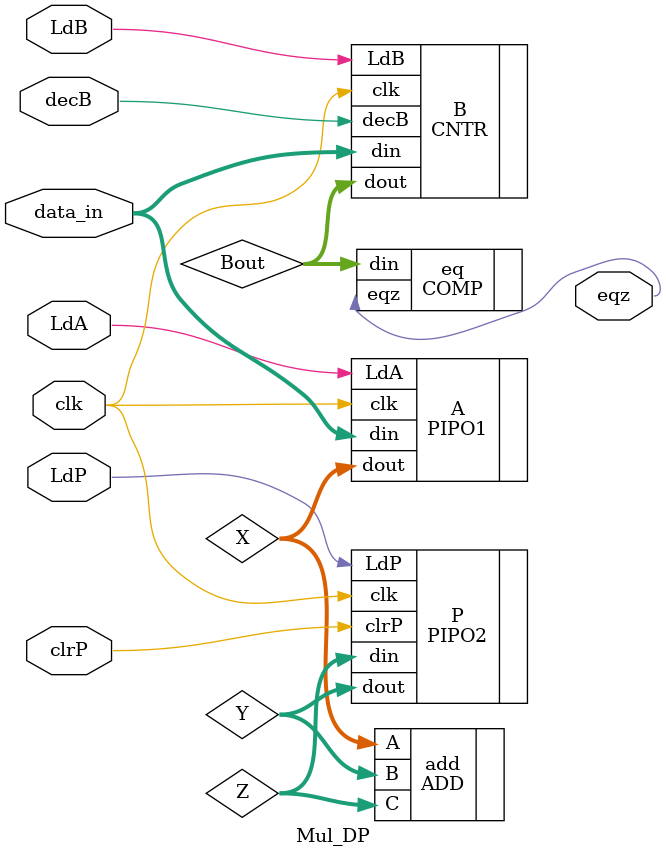
<source format=v>
module Mul_DP(
    input LdA,
    input LdB,
    input LdP,
    input clrP,
    input decB,
    input clk,
    input [15:0] data_in,
    output eqz
);

wire [15:0] X, Y, Z, Bout;
PIPO1 A (.LdA(LdA), .clk(clk), .din(data_in), .dout(X));
PIPO2 P (.LdP(LdP), .clk(clk), .clrP(clrP), .din(Z), .dout(Y));
ADD add(.A(X), .B(Y), .C(Z));
CNTR B (.LdB(LdB), .clk(clk), .decB(decB), .din(data_in), .dout(Bout));
COMP eq (.din(Bout), .eqz(eqz));
endmodule

</source>
